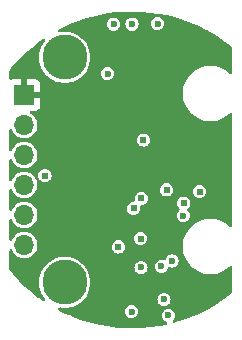
<source format=gbr>
%TF.GenerationSoftware,KiCad,Pcbnew,8.0.6-8.0.6-0~ubuntu24.04.1*%
%TF.CreationDate,2024-10-24T19:59:45-07:00*%
%TF.ProjectId,mag-encoder,6d61672d-656e-4636-9f64-65722e6b6963,3*%
%TF.SameCoordinates,Original*%
%TF.FileFunction,Copper,L3,Inr*%
%TF.FilePolarity,Positive*%
%FSLAX46Y46*%
G04 Gerber Fmt 4.6, Leading zero omitted, Abs format (unit mm)*
G04 Created by KiCad (PCBNEW 8.0.6-8.0.6-0~ubuntu24.04.1) date 2024-10-24 19:59:45*
%MOMM*%
%LPD*%
G01*
G04 APERTURE LIST*
%TA.AperFunction,ComponentPad*%
%ADD10C,3.810000*%
%TD*%
%TA.AperFunction,ComponentPad*%
%ADD11R,1.700000X1.700000*%
%TD*%
%TA.AperFunction,ComponentPad*%
%ADD12O,1.700000X1.700000*%
%TD*%
%TA.AperFunction,ViaPad*%
%ADD13C,0.600000*%
%TD*%
%TA.AperFunction,ViaPad*%
%ADD14C,0.609600*%
%TD*%
G04 APERTURE END LIST*
D10*
%TO.N,*%
%TO.C,H1*%
X224840800Y-114046000D03*
%TD*%
D11*
%TO.N,GND*%
%TO.C,J1*%
X221411800Y-117221000D03*
D12*
%TO.N,+3.3V*%
X221411800Y-119761000D03*
%TO.N,/CS*%
X221411800Y-122301000D03*
%TO.N,/MOSI*%
X221411800Y-124841000D03*
%TO.N,/MISO*%
X221411800Y-127381000D03*
%TO.N,/SCLK*%
X221411800Y-129921000D03*
%TD*%
D10*
%TO.N,*%
%TO.C,H2*%
X224840800Y-133096000D03*
%TD*%
D13*
%TO.N,+3.3V*%
X232689400Y-111175800D03*
D14*
X233464100Y-125260100D03*
X231317800Y-125984000D03*
D13*
X233248200Y-134518400D03*
X228473000Y-115417600D03*
%TO.N,GND*%
X230657400Y-115265200D03*
D14*
X226491800Y-117094000D03*
X232003600Y-122097800D03*
D13*
X228955600Y-135509000D03*
X232029000Y-135509000D03*
D14*
X233984800Y-121793000D03*
D13*
%TO.N,+5V*%
X230530400Y-111226600D03*
%TO.N,Net-(D4-A)*%
X231292400Y-131826000D03*
%TO.N,Net-(D1-K)*%
X228981000Y-111226600D03*
%TO.N,Net-(D3-A)*%
X233924399Y-131273400D03*
%TO.N,Net-(D4-K)*%
X230505000Y-135559800D03*
D14*
X229368646Y-130086100D03*
X231267000Y-129387600D03*
%TO.N,/A*%
X223157754Y-124046954D03*
%TO.N,/B*%
X236245400Y-125412501D03*
%TO.N,/PWM*%
X234911727Y-126377562D03*
D13*
%TO.N,Net-(Q1-D)*%
X233603800Y-135890000D03*
%TO.N,Net-(Q1-G)*%
X234883106Y-127441105D03*
%TO.N,Net-(D5-A)*%
X233019600Y-131724400D03*
D14*
%TO.N,/MISO*%
X231495600Y-121031000D03*
X230657400Y-126822200D03*
%TD*%
%TA.AperFunction,Conductor*%
%TO.N,GND*%
G36*
X230652776Y-110157519D02*
G01*
X231362590Y-110181477D01*
X231369200Y-110181877D01*
X232076716Y-110243755D01*
X232083287Y-110244506D01*
X232786511Y-110344132D01*
X232793030Y-110345234D01*
X233489888Y-110482312D01*
X233496334Y-110483760D01*
X234184914Y-110657918D01*
X234191260Y-110659705D01*
X234869528Y-110870428D01*
X234875790Y-110872560D01*
X235541810Y-111119247D01*
X235547910Y-111121694D01*
X236199823Y-111403658D01*
X236205786Y-111406429D01*
X236817786Y-111710954D01*
X236841653Y-111722830D01*
X236847507Y-111725941D01*
X237342880Y-112006434D01*
X237465526Y-112075879D01*
X237471203Y-112079297D01*
X237736191Y-112248665D01*
X238069642Y-112461792D01*
X238075133Y-112465513D01*
X238652222Y-112879431D01*
X238657507Y-112883439D01*
X238987856Y-113148243D01*
X239027853Y-113205532D01*
X239034300Y-113244996D01*
X239034300Y-115345242D01*
X239014615Y-115412281D01*
X238961811Y-115458036D01*
X238892653Y-115467980D01*
X238829097Y-115438955D01*
X238822619Y-115432923D01*
X238721011Y-115331315D01*
X238721004Y-115331309D01*
X238478126Y-115144942D01*
X238478124Y-115144940D01*
X238478118Y-115144936D01*
X238478113Y-115144933D01*
X238478110Y-115144931D01*
X238212989Y-114991862D01*
X238212973Y-114991854D01*
X237930140Y-114874702D01*
X237868983Y-114858315D01*
X237634411Y-114795461D01*
X237634410Y-114795460D01*
X237634407Y-114795460D01*
X237330886Y-114755501D01*
X237330883Y-114755500D01*
X237330877Y-114755500D01*
X237024723Y-114755500D01*
X237024717Y-114755500D01*
X237024713Y-114755501D01*
X236721192Y-114795460D01*
X236425459Y-114874702D01*
X236142626Y-114991854D01*
X236142610Y-114991862D01*
X235877489Y-115144931D01*
X235877473Y-115144942D01*
X235634595Y-115331309D01*
X235634588Y-115331315D01*
X235418115Y-115547788D01*
X235418109Y-115547795D01*
X235231742Y-115790673D01*
X235231731Y-115790689D01*
X235078662Y-116055810D01*
X235078654Y-116055826D01*
X234961502Y-116338659D01*
X234882260Y-116634392D01*
X234842301Y-116937913D01*
X234842300Y-116937929D01*
X234842300Y-117244070D01*
X234842301Y-117244086D01*
X234882260Y-117547607D01*
X234961502Y-117843340D01*
X235078654Y-118126173D01*
X235078662Y-118126189D01*
X235231731Y-118391310D01*
X235231742Y-118391326D01*
X235418109Y-118634204D01*
X235418115Y-118634211D01*
X235634588Y-118850684D01*
X235634594Y-118850689D01*
X235877482Y-119037064D01*
X235877489Y-119037068D01*
X236142610Y-119190137D01*
X236142626Y-119190145D01*
X236425459Y-119307297D01*
X236425461Y-119307297D01*
X236425467Y-119307300D01*
X236721189Y-119386539D01*
X237024723Y-119426500D01*
X237024730Y-119426500D01*
X237330870Y-119426500D01*
X237330877Y-119426500D01*
X237634411Y-119386539D01*
X237930133Y-119307300D01*
X238006441Y-119275692D01*
X238212973Y-119190145D01*
X238212976Y-119190143D01*
X238212982Y-119190141D01*
X238478118Y-119037064D01*
X238721006Y-118850689D01*
X238771268Y-118800427D01*
X238822619Y-118749077D01*
X238883942Y-118715592D01*
X238953634Y-118720576D01*
X239009567Y-118762448D01*
X239033984Y-118827912D01*
X239034300Y-118836758D01*
X239034300Y-128305242D01*
X239014615Y-128372281D01*
X238961811Y-128418036D01*
X238892653Y-128427980D01*
X238829097Y-128398955D01*
X238822619Y-128392923D01*
X238721011Y-128291315D01*
X238721004Y-128291309D01*
X238478126Y-128104942D01*
X238478124Y-128104940D01*
X238478118Y-128104936D01*
X238478113Y-128104933D01*
X238478110Y-128104931D01*
X238212989Y-127951862D01*
X238212973Y-127951854D01*
X237930140Y-127834702D01*
X237785811Y-127796029D01*
X237634411Y-127755461D01*
X237634410Y-127755460D01*
X237634407Y-127755460D01*
X237330886Y-127715501D01*
X237330883Y-127715500D01*
X237330877Y-127715500D01*
X237024723Y-127715500D01*
X237024717Y-127715500D01*
X237024713Y-127715501D01*
X236721192Y-127755460D01*
X236425459Y-127834702D01*
X236142626Y-127951854D01*
X236142610Y-127951862D01*
X235877489Y-128104931D01*
X235877473Y-128104942D01*
X235634595Y-128291309D01*
X235634588Y-128291315D01*
X235418115Y-128507788D01*
X235418109Y-128507795D01*
X235231742Y-128750673D01*
X235231731Y-128750689D01*
X235078662Y-129015810D01*
X235078654Y-129015826D01*
X234961502Y-129298659D01*
X234882260Y-129594392D01*
X234842301Y-129897913D01*
X234842300Y-129897929D01*
X234842300Y-130204070D01*
X234842301Y-130204086D01*
X234882260Y-130507607D01*
X234961502Y-130803340D01*
X235078654Y-131086173D01*
X235078662Y-131086189D01*
X235231731Y-131351310D01*
X235231742Y-131351326D01*
X235418109Y-131594204D01*
X235418115Y-131594211D01*
X235634588Y-131810684D01*
X235634595Y-131810690D01*
X235710784Y-131869152D01*
X235877482Y-131997064D01*
X235877489Y-131997068D01*
X236142610Y-132150137D01*
X236142626Y-132150145D01*
X236425459Y-132267297D01*
X236425461Y-132267297D01*
X236425467Y-132267300D01*
X236721189Y-132346539D01*
X237024723Y-132386500D01*
X237024730Y-132386500D01*
X237330870Y-132386500D01*
X237330877Y-132386500D01*
X237634411Y-132346539D01*
X237930133Y-132267300D01*
X238040857Y-132221437D01*
X238212973Y-132150145D01*
X238212976Y-132150143D01*
X238212982Y-132150141D01*
X238478118Y-131997064D01*
X238721006Y-131810689D01*
X238748085Y-131783610D01*
X238822619Y-131709077D01*
X238883942Y-131675592D01*
X238953634Y-131680576D01*
X239009567Y-131722448D01*
X239033984Y-131787912D01*
X239034300Y-131796758D01*
X239034300Y-133896564D01*
X239014615Y-133963603D01*
X238987747Y-133993404D01*
X238657823Y-134257259D01*
X238652545Y-134261254D01*
X238075365Y-134674353D01*
X238069882Y-134678060D01*
X237471473Y-135059777D01*
X237465799Y-135063186D01*
X236847901Y-135412412D01*
X236842054Y-135415514D01*
X236206385Y-135731278D01*
X236200380Y-135734064D01*
X235548765Y-136015459D01*
X235542621Y-136017920D01*
X234876923Y-136264141D01*
X234870656Y-136266271D01*
X234192754Y-136476623D01*
X234186381Y-136478415D01*
X234114005Y-136496702D01*
X234044186Y-136494040D01*
X233986890Y-136454053D01*
X233960308Y-136389438D01*
X233972879Y-136320708D01*
X233995953Y-136288794D01*
X233999269Y-136285477D01*
X233999274Y-136285474D01*
X234088155Y-136169643D01*
X234144028Y-136034754D01*
X234163085Y-135890000D01*
X234156428Y-135839438D01*
X234144028Y-135745247D01*
X234144028Y-135745246D01*
X234088155Y-135610358D01*
X233999274Y-135494526D01*
X233883443Y-135405645D01*
X233883440Y-135405644D01*
X233883438Y-135405642D01*
X233748557Y-135349773D01*
X233748552Y-135349771D01*
X233603801Y-135330715D01*
X233603799Y-135330715D01*
X233459047Y-135349771D01*
X233459045Y-135349772D01*
X233324161Y-135405643D01*
X233324158Y-135405644D01*
X233324158Y-135405645D01*
X233267795Y-135448894D01*
X233208326Y-135494526D01*
X233119443Y-135610361D01*
X233063572Y-135745245D01*
X233063571Y-135745247D01*
X233044515Y-135889998D01*
X233044515Y-135890001D01*
X233063571Y-136034752D01*
X233063573Y-136034757D01*
X233119442Y-136169638D01*
X233119445Y-136169644D01*
X233208325Y-136285473D01*
X233208326Y-136285474D01*
X233324155Y-136374354D01*
X233324161Y-136374357D01*
X233360570Y-136389438D01*
X233456330Y-136429103D01*
X233510733Y-136472942D01*
X233532798Y-136539236D01*
X233515519Y-136606936D01*
X233464382Y-136654547D01*
X233432795Y-136665334D01*
X232795333Y-136790646D01*
X232788807Y-136791749D01*
X232086040Y-136891300D01*
X232079463Y-136892053D01*
X231372413Y-136953957D01*
X231365806Y-136954359D01*
X230656421Y-136978448D01*
X230649802Y-136978496D01*
X229940147Y-136964698D01*
X229933535Y-136964392D01*
X229225665Y-136912746D01*
X229219079Y-136912089D01*
X228514921Y-136822738D01*
X228508379Y-136821729D01*
X227810051Y-136694942D01*
X227803572Y-136693587D01*
X227112949Y-136529703D01*
X227106552Y-136528003D01*
X226425687Y-136327508D01*
X226419389Y-136325469D01*
X225750198Y-136088930D01*
X225744019Y-136086559D01*
X225265283Y-135888007D01*
X225088385Y-135814640D01*
X225082356Y-135811949D01*
X224555713Y-135559798D01*
X229945715Y-135559798D01*
X229945715Y-135559801D01*
X229964771Y-135704552D01*
X229964773Y-135704557D01*
X230020642Y-135839438D01*
X230020645Y-135839444D01*
X230109525Y-135955273D01*
X230109526Y-135955274D01*
X230225355Y-136044154D01*
X230225361Y-136044157D01*
X230292801Y-136072091D01*
X230360246Y-136100028D01*
X230432623Y-136109556D01*
X230504999Y-136119085D01*
X230505000Y-136119085D01*
X230505001Y-136119085D01*
X230553251Y-136112732D01*
X230649754Y-136100028D01*
X230784643Y-136044155D01*
X230900474Y-135955274D01*
X230989355Y-135839443D01*
X231045228Y-135704554D01*
X231064285Y-135559800D01*
X231056729Y-135502409D01*
X231049684Y-135448894D01*
X231045228Y-135415046D01*
X230989355Y-135280158D01*
X230900474Y-135164326D01*
X230784643Y-135075445D01*
X230784640Y-135075444D01*
X230784638Y-135075442D01*
X230649757Y-135019573D01*
X230649752Y-135019571D01*
X230505001Y-135000515D01*
X230504999Y-135000515D01*
X230360247Y-135019571D01*
X230360245Y-135019572D01*
X230225361Y-135075443D01*
X230225358Y-135075444D01*
X230225358Y-135075445D01*
X230114395Y-135160590D01*
X230109526Y-135164326D01*
X230020643Y-135280161D01*
X229964772Y-135415045D01*
X229964771Y-135415047D01*
X229945715Y-135559798D01*
X224555713Y-135559798D01*
X224442147Y-135505424D01*
X224436280Y-135502419D01*
X224338282Y-135448893D01*
X224288884Y-135399482D01*
X224274041Y-135331207D01*
X224298466Y-135265746D01*
X224354405Y-135223882D01*
X224414606Y-135217224D01*
X224640374Y-135248255D01*
X224693085Y-135255500D01*
X224693086Y-135255500D01*
X224988515Y-135255500D01*
X225020068Y-135251163D01*
X225281190Y-135215273D01*
X225565662Y-135135567D01*
X225832709Y-135019572D01*
X225836630Y-135017869D01*
X225861484Y-135002755D01*
X226089051Y-134864369D01*
X226318218Y-134677928D01*
X226467209Y-134518398D01*
X232688915Y-134518398D01*
X232688915Y-134518401D01*
X232707971Y-134663152D01*
X232707973Y-134663157D01*
X232763842Y-134798038D01*
X232763845Y-134798044D01*
X232852725Y-134913873D01*
X232852726Y-134913874D01*
X232968555Y-135002754D01*
X232968561Y-135002757D01*
X233009159Y-135019573D01*
X233103446Y-135058628D01*
X233125649Y-135061551D01*
X233248199Y-135077685D01*
X233248200Y-135077685D01*
X233248201Y-135077685D01*
X233296451Y-135071332D01*
X233392954Y-135058628D01*
X233527843Y-135002755D01*
X233643674Y-134913874D01*
X233732555Y-134798043D01*
X233788428Y-134663154D01*
X233807485Y-134518400D01*
X233806723Y-134512615D01*
X233788428Y-134373647D01*
X233788426Y-134373641D01*
X233732556Y-134238761D01*
X233732555Y-134238758D01*
X233643674Y-134122926D01*
X233527843Y-134034045D01*
X233527840Y-134034044D01*
X233527838Y-134034042D01*
X233392957Y-133978173D01*
X233392952Y-133978171D01*
X233248201Y-133959115D01*
X233248199Y-133959115D01*
X233103447Y-133978171D01*
X233103445Y-133978172D01*
X232968561Y-134034043D01*
X232968558Y-134034044D01*
X232968558Y-134034045D01*
X232852726Y-134122926D01*
X232777725Y-134220670D01*
X232763843Y-134238761D01*
X232707974Y-134373641D01*
X232707971Y-134373647D01*
X232688915Y-134518398D01*
X226467209Y-134518398D01*
X226519863Y-134462019D01*
X226690230Y-134220663D01*
X226826146Y-133958357D01*
X226925079Y-133679988D01*
X226985185Y-133390739D01*
X227005346Y-133096000D01*
X226985185Y-132801261D01*
X226925079Y-132512012D01*
X226826147Y-132233646D01*
X226826148Y-132233646D01*
X226690229Y-131971335D01*
X226690225Y-131971329D01*
X226587640Y-131825998D01*
X230733115Y-131825998D01*
X230733115Y-131826001D01*
X230752171Y-131970752D01*
X230752173Y-131970757D01*
X230808042Y-132105638D01*
X230808045Y-132105644D01*
X230896925Y-132221473D01*
X230896926Y-132221474D01*
X231012755Y-132310354D01*
X231012761Y-132310357D01*
X231080201Y-132338291D01*
X231147646Y-132366228D01*
X231220023Y-132375756D01*
X231292399Y-132385285D01*
X231292400Y-132385285D01*
X231292401Y-132385285D01*
X231340651Y-132378932D01*
X231437154Y-132366228D01*
X231572043Y-132310355D01*
X231687874Y-132221474D01*
X231776755Y-132105643D01*
X231832628Y-131970754D01*
X231851685Y-131826000D01*
X231849669Y-131810690D01*
X231838309Y-131724398D01*
X232460315Y-131724398D01*
X232460315Y-131724401D01*
X232479371Y-131869152D01*
X232479373Y-131869157D01*
X232535242Y-132004038D01*
X232535245Y-132004044D01*
X232624125Y-132119873D01*
X232624126Y-132119874D01*
X232739955Y-132208754D01*
X232739961Y-132208757D01*
X232770663Y-132221474D01*
X232874846Y-132264628D01*
X232947223Y-132274156D01*
X233019599Y-132283685D01*
X233019600Y-132283685D01*
X233019601Y-132283685D01*
X233067851Y-132277332D01*
X233164354Y-132264628D01*
X233299243Y-132208755D01*
X233415074Y-132119874D01*
X233503955Y-132004043D01*
X233559828Y-131869154D01*
X233559827Y-131869154D01*
X233562938Y-131861646D01*
X233565377Y-131862656D01*
X233594933Y-131814150D01*
X233657774Y-131783610D01*
X233725810Y-131791328D01*
X233779645Y-131813628D01*
X233852022Y-131823156D01*
X233924398Y-131832685D01*
X233924399Y-131832685D01*
X233924400Y-131832685D01*
X233975192Y-131825998D01*
X234069153Y-131813628D01*
X234204042Y-131757755D01*
X234319873Y-131668874D01*
X234408754Y-131553043D01*
X234464627Y-131418154D01*
X234483684Y-131273400D01*
X234464627Y-131128646D01*
X234408754Y-130993758D01*
X234319873Y-130877926D01*
X234204042Y-130789045D01*
X234204039Y-130789044D01*
X234204037Y-130789042D01*
X234069156Y-130733173D01*
X234069151Y-130733171D01*
X233924400Y-130714115D01*
X233924398Y-130714115D01*
X233779646Y-130733171D01*
X233779644Y-130733172D01*
X233644760Y-130789043D01*
X233644757Y-130789044D01*
X233644757Y-130789045D01*
X233528925Y-130877926D01*
X233453113Y-130976727D01*
X233440042Y-130993761D01*
X233414083Y-131056433D01*
X233384172Y-131128645D01*
X233381061Y-131136155D01*
X233378626Y-131135146D01*
X233349032Y-131183680D01*
X233286178Y-131214196D01*
X233218188Y-131206471D01*
X233164354Y-131184172D01*
X233164351Y-131184171D01*
X233164352Y-131184171D01*
X233019601Y-131165115D01*
X233019599Y-131165115D01*
X232874847Y-131184171D01*
X232874845Y-131184172D01*
X232739961Y-131240043D01*
X232739958Y-131240044D01*
X232739958Y-131240045D01*
X232624126Y-131328926D01*
X232555661Y-131418152D01*
X232535243Y-131444761D01*
X232479372Y-131579645D01*
X232479371Y-131579647D01*
X232460315Y-131724398D01*
X231838309Y-131724398D01*
X231832628Y-131681247D01*
X231832628Y-131681246D01*
X231776755Y-131546358D01*
X231687874Y-131430526D01*
X231572043Y-131341645D01*
X231572040Y-131341644D01*
X231572038Y-131341642D01*
X231437157Y-131285773D01*
X231437152Y-131285771D01*
X231292401Y-131266715D01*
X231292399Y-131266715D01*
X231147647Y-131285771D01*
X231147645Y-131285772D01*
X231012761Y-131341643D01*
X231012758Y-131341644D01*
X231012758Y-131341645D01*
X230913052Y-131418152D01*
X230896926Y-131430526D01*
X230808043Y-131546361D01*
X230752172Y-131681245D01*
X230752171Y-131681247D01*
X230733115Y-131825998D01*
X226587640Y-131825998D01*
X226519865Y-131729983D01*
X226318214Y-131514068D01*
X226089057Y-131327635D01*
X226089046Y-131327628D01*
X225836630Y-131174130D01*
X225565665Y-131056434D01*
X225565663Y-131056433D01*
X225565662Y-131056433D01*
X225455262Y-131025500D01*
X225281195Y-130976728D01*
X225281191Y-130976727D01*
X225281190Y-130976727D01*
X225134852Y-130956613D01*
X224988515Y-130936500D01*
X224988514Y-130936500D01*
X224693086Y-130936500D01*
X224693085Y-130936500D01*
X224400410Y-130976727D01*
X224400404Y-130976728D01*
X224115934Y-131056434D01*
X223844969Y-131174130D01*
X223592553Y-131327628D01*
X223592542Y-131327635D01*
X223363385Y-131514068D01*
X223161734Y-131729983D01*
X222991374Y-131971329D01*
X222991370Y-131971335D01*
X222855452Y-132233646D01*
X222756522Y-132512006D01*
X222756521Y-132512009D01*
X222696414Y-132801266D01*
X222676254Y-133096000D01*
X222696414Y-133390733D01*
X222756521Y-133679990D01*
X222756522Y-133679993D01*
X222855452Y-133958353D01*
X222855451Y-133958353D01*
X222991370Y-134220664D01*
X222991374Y-134220670D01*
X223164179Y-134465480D01*
X223162678Y-134466539D01*
X223186796Y-134524024D01*
X223174703Y-134592840D01*
X223127326Y-134644193D01*
X223059706Y-134661780D01*
X222993312Y-134640017D01*
X222993189Y-134639932D01*
X222615105Y-134377537D01*
X222609799Y-134373641D01*
X222527583Y-134309822D01*
X222412723Y-134220663D01*
X222049095Y-133938400D01*
X222043977Y-133934203D01*
X221507332Y-133469693D01*
X221502445Y-133465229D01*
X220991325Y-132972721D01*
X220986693Y-132968013D01*
X220502583Y-132448933D01*
X220498204Y-132443978D01*
X220469421Y-132409609D01*
X220179334Y-132063218D01*
X220151383Y-131999183D01*
X220150400Y-131983628D01*
X220150370Y-131825998D01*
X220150094Y-130392303D01*
X220169766Y-130325263D01*
X220222561Y-130279498D01*
X220291717Y-130269541D01*
X220355279Y-130298553D01*
X220385094Y-130337010D01*
X220468712Y-130504935D01*
X220592069Y-130668287D01*
X220743337Y-130806185D01*
X220743339Y-130806187D01*
X220917369Y-130913942D01*
X220917375Y-130913945D01*
X220957810Y-130929609D01*
X221108244Y-130987888D01*
X221309453Y-131025500D01*
X221309456Y-131025500D01*
X221514144Y-131025500D01*
X221514147Y-131025500D01*
X221715356Y-130987888D01*
X221906227Y-130913944D01*
X222080262Y-130806186D01*
X222231532Y-130668285D01*
X222354888Y-130504935D01*
X222446128Y-130321701D01*
X222502145Y-130124821D01*
X222505733Y-130086098D01*
X228804520Y-130086098D01*
X228804520Y-130086101D01*
X228823741Y-130232105D01*
X228823742Y-130232107D01*
X228860853Y-130321701D01*
X228880099Y-130368163D01*
X228969749Y-130484997D01*
X229086583Y-130574647D01*
X229222639Y-130631004D01*
X229295642Y-130640615D01*
X229368645Y-130650226D01*
X229368646Y-130650226D01*
X229368647Y-130650226D01*
X229417315Y-130643818D01*
X229514653Y-130631004D01*
X229650709Y-130574647D01*
X229767543Y-130484997D01*
X229857193Y-130368163D01*
X229913550Y-130232107D01*
X229932772Y-130086100D01*
X229913550Y-129940093D01*
X229857193Y-129804037D01*
X229767543Y-129687203D01*
X229650709Y-129597553D01*
X229650705Y-129597551D01*
X229514653Y-129541196D01*
X229514651Y-129541195D01*
X229368647Y-129521974D01*
X229368645Y-129521974D01*
X229222640Y-129541195D01*
X229222638Y-129541196D01*
X229086586Y-129597551D01*
X228969749Y-129687203D01*
X228880097Y-129804040D01*
X228823742Y-129940092D01*
X228823741Y-129940094D01*
X228804520Y-130086098D01*
X222505733Y-130086098D01*
X222521032Y-129921000D01*
X222502145Y-129717179D01*
X222446128Y-129520299D01*
X222380051Y-129387598D01*
X230702874Y-129387598D01*
X230702874Y-129387601D01*
X230722095Y-129533605D01*
X230722096Y-129533607D01*
X230748583Y-129597553D01*
X230778453Y-129669663D01*
X230868103Y-129786497D01*
X230984937Y-129876147D01*
X231120993Y-129932504D01*
X231193996Y-129942115D01*
X231266999Y-129951726D01*
X231267000Y-129951726D01*
X231267001Y-129951726D01*
X231315669Y-129945318D01*
X231413007Y-129932504D01*
X231549063Y-129876147D01*
X231665897Y-129786497D01*
X231755547Y-129669663D01*
X231811904Y-129533607D01*
X231831126Y-129387600D01*
X231811904Y-129241593D01*
X231755547Y-129105537D01*
X231665897Y-128988703D01*
X231549063Y-128899053D01*
X231549059Y-128899051D01*
X231413007Y-128842696D01*
X231413005Y-128842695D01*
X231267001Y-128823474D01*
X231266999Y-128823474D01*
X231120994Y-128842695D01*
X231120992Y-128842696D01*
X230984940Y-128899051D01*
X230984937Y-128899052D01*
X230984937Y-128899053D01*
X230868103Y-128988703D01*
X230831954Y-129035814D01*
X230778451Y-129105540D01*
X230722096Y-129241592D01*
X230722095Y-129241594D01*
X230702874Y-129387598D01*
X222380051Y-129387598D01*
X222354888Y-129337065D01*
X222231532Y-129173715D01*
X222231530Y-129173712D01*
X222080262Y-129035814D01*
X222080260Y-129035812D01*
X221906230Y-128928057D01*
X221906224Y-128928054D01*
X221755793Y-128869777D01*
X221715356Y-128854112D01*
X221514147Y-128816500D01*
X221309453Y-128816500D01*
X221108244Y-128854112D01*
X221108241Y-128854112D01*
X221108241Y-128854113D01*
X220917375Y-128928054D01*
X220917369Y-128928057D01*
X220743339Y-129035812D01*
X220743337Y-129035814D01*
X220592069Y-129173712D01*
X220468712Y-129337064D01*
X220384913Y-129505353D01*
X220337410Y-129556590D01*
X220269746Y-129574011D01*
X220203406Y-129552085D01*
X220159451Y-129497773D01*
X220149913Y-129450108D01*
X220149606Y-127851323D01*
X220169278Y-127784282D01*
X220222073Y-127738517D01*
X220291229Y-127728560D01*
X220354791Y-127757572D01*
X220384606Y-127796029D01*
X220468712Y-127964935D01*
X220592069Y-128128287D01*
X220743337Y-128266185D01*
X220743339Y-128266187D01*
X220917369Y-128373942D01*
X220917375Y-128373945D01*
X220957810Y-128389609D01*
X221108244Y-128447888D01*
X221309453Y-128485500D01*
X221309456Y-128485500D01*
X221514144Y-128485500D01*
X221514147Y-128485500D01*
X221715356Y-128447888D01*
X221906227Y-128373944D01*
X222080262Y-128266186D01*
X222231532Y-128128285D01*
X222354888Y-127964935D01*
X222446128Y-127781701D01*
X222502145Y-127584821D01*
X222515463Y-127441103D01*
X234323821Y-127441103D01*
X234323821Y-127441106D01*
X234342877Y-127585857D01*
X234342879Y-127585862D01*
X234398748Y-127720743D01*
X234398751Y-127720749D01*
X234487631Y-127836578D01*
X234487632Y-127836579D01*
X234603461Y-127925459D01*
X234603467Y-127925462D01*
X234667184Y-127951854D01*
X234738352Y-127981333D01*
X234810729Y-127990861D01*
X234883105Y-128000390D01*
X234883106Y-128000390D01*
X234883107Y-128000390D01*
X234931357Y-127994037D01*
X235027860Y-127981333D01*
X235162749Y-127925460D01*
X235278580Y-127836579D01*
X235367461Y-127720748D01*
X235423334Y-127585859D01*
X235442391Y-127441105D01*
X235423334Y-127296351D01*
X235367461Y-127161463D01*
X235278580Y-127045631D01*
X235278577Y-127045629D01*
X235278576Y-127045627D01*
X235247411Y-127021713D01*
X235206208Y-126965285D01*
X235202054Y-126895539D01*
X235236267Y-126834619D01*
X235247398Y-126824973D01*
X235310624Y-126776459D01*
X235400274Y-126659625D01*
X235456631Y-126523569D01*
X235474471Y-126388057D01*
X235475853Y-126377563D01*
X235475853Y-126377560D01*
X235456631Y-126231556D01*
X235456631Y-126231555D01*
X235400274Y-126095499D01*
X235310624Y-125978665D01*
X235193790Y-125889015D01*
X235193786Y-125889013D01*
X235057734Y-125832658D01*
X235057732Y-125832657D01*
X234911728Y-125813436D01*
X234911726Y-125813436D01*
X234765721Y-125832657D01*
X234765719Y-125832658D01*
X234629667Y-125889013D01*
X234629664Y-125889014D01*
X234629664Y-125889015D01*
X234540538Y-125957404D01*
X234512830Y-125978665D01*
X234423178Y-126095502D01*
X234366823Y-126231554D01*
X234366822Y-126231556D01*
X234347601Y-126377560D01*
X234347601Y-126377563D01*
X234366822Y-126523567D01*
X234366823Y-126523569D01*
X234412447Y-126633715D01*
X234423180Y-126659625D01*
X234512830Y-126776459D01*
X234533571Y-126792374D01*
X234547421Y-126803002D01*
X234588623Y-126859430D01*
X234592778Y-126929176D01*
X234558565Y-126990096D01*
X234547422Y-126999752D01*
X234487633Y-127045630D01*
X234398749Y-127161466D01*
X234342878Y-127296350D01*
X234342877Y-127296352D01*
X234323821Y-127441103D01*
X222515463Y-127441103D01*
X222521032Y-127381000D01*
X222502145Y-127177179D01*
X222446128Y-126980299D01*
X222367403Y-126822198D01*
X230093274Y-126822198D01*
X230093274Y-126822201D01*
X230112495Y-126968205D01*
X230112496Y-126968207D01*
X230144566Y-127045631D01*
X230168853Y-127104263D01*
X230258503Y-127221097D01*
X230375337Y-127310747D01*
X230511393Y-127367104D01*
X230584396Y-127376715D01*
X230657399Y-127386326D01*
X230657400Y-127386326D01*
X230657401Y-127386326D01*
X230706069Y-127379918D01*
X230803407Y-127367104D01*
X230939463Y-127310747D01*
X231056297Y-127221097D01*
X231145947Y-127104263D01*
X231202304Y-126968207D01*
X231219891Y-126834619D01*
X231221526Y-126822201D01*
X231221526Y-126822200D01*
X231221526Y-126822198D01*
X231203883Y-126688190D01*
X231214648Y-126619159D01*
X231261028Y-126566903D01*
X231310637Y-126549069D01*
X231317800Y-126548126D01*
X231463807Y-126528904D01*
X231599863Y-126472547D01*
X231716697Y-126382897D01*
X231806347Y-126266063D01*
X231862704Y-126130007D01*
X231881926Y-125984000D01*
X231880955Y-125976627D01*
X231862704Y-125837994D01*
X231862704Y-125837993D01*
X231806347Y-125701937D01*
X231716697Y-125585103D01*
X231599863Y-125495453D01*
X231599859Y-125495451D01*
X231463807Y-125439096D01*
X231463805Y-125439095D01*
X231317801Y-125419874D01*
X231317799Y-125419874D01*
X231171794Y-125439095D01*
X231171792Y-125439096D01*
X231035740Y-125495451D01*
X231035737Y-125495452D01*
X231035737Y-125495453D01*
X230953565Y-125558506D01*
X230918903Y-125585103D01*
X230829251Y-125701940D01*
X230772896Y-125837992D01*
X230772895Y-125837994D01*
X230753674Y-125983998D01*
X230753674Y-125984001D01*
X230771316Y-126118006D01*
X230760550Y-126187041D01*
X230714170Y-126239297D01*
X230664563Y-126257130D01*
X230529496Y-126274912D01*
X230511393Y-126277296D01*
X230511392Y-126277296D01*
X230375340Y-126333651D01*
X230375337Y-126333652D01*
X230375337Y-126333653D01*
X230258503Y-126423303D01*
X230177473Y-126528904D01*
X230168851Y-126540140D01*
X230112496Y-126676192D01*
X230112495Y-126676194D01*
X230093274Y-126822198D01*
X222367403Y-126822198D01*
X222354888Y-126797065D01*
X222231532Y-126633715D01*
X222231530Y-126633712D01*
X222080262Y-126495814D01*
X222080260Y-126495812D01*
X221906230Y-126388057D01*
X221906224Y-126388054D01*
X221755793Y-126329777D01*
X221715356Y-126314112D01*
X221514147Y-126276500D01*
X221309453Y-126276500D01*
X221108244Y-126314112D01*
X221108241Y-126314112D01*
X221108241Y-126314113D01*
X220917375Y-126388054D01*
X220917369Y-126388057D01*
X220743339Y-126495812D01*
X220743337Y-126495814D01*
X220592069Y-126633712D01*
X220468712Y-126797064D01*
X220384425Y-126966333D01*
X220336922Y-127017570D01*
X220269258Y-127034991D01*
X220202918Y-127013065D01*
X220158963Y-126958753D01*
X220149425Y-126911089D01*
X220149118Y-125310343D01*
X220168790Y-125243301D01*
X220221585Y-125197536D01*
X220290742Y-125187579D01*
X220354303Y-125216591D01*
X220384118Y-125255048D01*
X220468712Y-125424935D01*
X220592069Y-125588287D01*
X220743337Y-125726185D01*
X220743339Y-125726187D01*
X220917369Y-125833942D01*
X220917375Y-125833945D01*
X220927827Y-125837994D01*
X221108244Y-125907888D01*
X221309453Y-125945500D01*
X221309456Y-125945500D01*
X221514144Y-125945500D01*
X221514147Y-125945500D01*
X221715356Y-125907888D01*
X221906227Y-125833944D01*
X222080262Y-125726186D01*
X222231532Y-125588285D01*
X222354888Y-125424935D01*
X222436967Y-125260098D01*
X232899974Y-125260098D01*
X232899974Y-125260101D01*
X232919195Y-125406105D01*
X232919196Y-125406107D01*
X232975553Y-125542163D01*
X233065203Y-125658997D01*
X233182037Y-125748647D01*
X233318093Y-125805004D01*
X233366653Y-125811397D01*
X233464099Y-125824226D01*
X233464100Y-125824226D01*
X233464101Y-125824226D01*
X233512769Y-125817818D01*
X233610107Y-125805004D01*
X233746163Y-125748647D01*
X233862997Y-125658997D01*
X233952647Y-125542163D01*
X234006356Y-125412499D01*
X235681274Y-125412499D01*
X235681274Y-125412502D01*
X235700495Y-125558506D01*
X235700496Y-125558508D01*
X235756853Y-125694564D01*
X235846503Y-125811398D01*
X235963337Y-125901048D01*
X236099393Y-125957405D01*
X236172396Y-125967016D01*
X236245399Y-125976627D01*
X236245400Y-125976627D01*
X236245401Y-125976627D01*
X236294069Y-125970219D01*
X236391407Y-125957405D01*
X236527463Y-125901048D01*
X236644297Y-125811398D01*
X236733947Y-125694564D01*
X236790304Y-125558508D01*
X236809526Y-125412501D01*
X236790304Y-125266494D01*
X236733947Y-125130438D01*
X236644297Y-125013604D01*
X236527463Y-124923954D01*
X236527459Y-124923952D01*
X236391407Y-124867597D01*
X236391405Y-124867596D01*
X236245401Y-124848375D01*
X236245399Y-124848375D01*
X236099394Y-124867596D01*
X236099392Y-124867597D01*
X235963340Y-124923952D01*
X235846503Y-125013604D01*
X235756851Y-125130441D01*
X235700496Y-125266493D01*
X235700495Y-125266495D01*
X235681274Y-125412499D01*
X234006356Y-125412499D01*
X234009004Y-125406107D01*
X234028226Y-125260100D01*
X234026014Y-125243301D01*
X234009004Y-125114094D01*
X234009004Y-125114093D01*
X233952647Y-124978037D01*
X233862997Y-124861203D01*
X233746163Y-124771553D01*
X233746159Y-124771551D01*
X233610107Y-124715196D01*
X233610105Y-124715195D01*
X233464101Y-124695974D01*
X233464099Y-124695974D01*
X233318094Y-124715195D01*
X233318092Y-124715196D01*
X233182040Y-124771551D01*
X233182037Y-124771552D01*
X233182037Y-124771553D01*
X233065203Y-124861203D01*
X233017053Y-124923954D01*
X232975551Y-124978040D01*
X232919196Y-125114092D01*
X232919195Y-125114094D01*
X232899974Y-125260098D01*
X222436967Y-125260098D01*
X222446128Y-125241701D01*
X222502145Y-125044821D01*
X222521032Y-124841000D01*
X222502145Y-124637179D01*
X222446128Y-124440299D01*
X222354888Y-124257065D01*
X222231532Y-124093715D01*
X222231530Y-124093712D01*
X222180236Y-124046952D01*
X222593628Y-124046952D01*
X222593628Y-124046955D01*
X222612849Y-124192959D01*
X222612850Y-124192961D01*
X222669207Y-124329017D01*
X222758857Y-124445851D01*
X222875691Y-124535501D01*
X223011747Y-124591858D01*
X223084750Y-124601469D01*
X223157753Y-124611080D01*
X223157754Y-124611080D01*
X223157755Y-124611080D01*
X223206423Y-124604672D01*
X223303761Y-124591858D01*
X223439817Y-124535501D01*
X223556651Y-124445851D01*
X223646301Y-124329017D01*
X223702658Y-124192961D01*
X223721880Y-124046954D01*
X223702658Y-123900947D01*
X223646301Y-123764891D01*
X223556651Y-123648057D01*
X223439817Y-123558407D01*
X223439813Y-123558405D01*
X223303761Y-123502050D01*
X223303759Y-123502049D01*
X223157755Y-123482828D01*
X223157753Y-123482828D01*
X223011748Y-123502049D01*
X223011746Y-123502050D01*
X222875694Y-123558405D01*
X222758857Y-123648057D01*
X222669205Y-123764894D01*
X222612850Y-123900946D01*
X222612849Y-123900948D01*
X222593628Y-124046952D01*
X222180236Y-124046952D01*
X222080262Y-123955814D01*
X222080260Y-123955812D01*
X221906230Y-123848057D01*
X221906224Y-123848054D01*
X221755793Y-123789777D01*
X221715356Y-123774112D01*
X221514147Y-123736500D01*
X221309453Y-123736500D01*
X221108244Y-123774112D01*
X221108241Y-123774112D01*
X221108241Y-123774113D01*
X220917375Y-123848054D01*
X220917369Y-123848057D01*
X220743339Y-123955812D01*
X220743337Y-123955814D01*
X220592069Y-124093712D01*
X220468712Y-124257064D01*
X220383937Y-124427313D01*
X220336433Y-124478550D01*
X220268770Y-124495971D01*
X220202430Y-124474045D01*
X220158475Y-124419733D01*
X220148938Y-124372070D01*
X220148630Y-122769360D01*
X220168301Y-122702321D01*
X220221096Y-122656556D01*
X220290252Y-122646599D01*
X220353814Y-122675611D01*
X220383629Y-122714068D01*
X220468712Y-122884935D01*
X220592069Y-123048287D01*
X220743337Y-123186185D01*
X220743339Y-123186187D01*
X220917369Y-123293942D01*
X220917375Y-123293945D01*
X220957810Y-123309609D01*
X221108244Y-123367888D01*
X221309453Y-123405500D01*
X221309456Y-123405500D01*
X221514144Y-123405500D01*
X221514147Y-123405500D01*
X221715356Y-123367888D01*
X221906227Y-123293944D01*
X222080262Y-123186186D01*
X222231532Y-123048285D01*
X222354888Y-122884935D01*
X222446128Y-122701701D01*
X222502145Y-122504821D01*
X222521032Y-122301000D01*
X222502145Y-122097179D01*
X222446128Y-121900299D01*
X222354888Y-121717065D01*
X222262804Y-121595126D01*
X222231530Y-121553712D01*
X222080262Y-121415814D01*
X222080260Y-121415812D01*
X221906230Y-121308057D01*
X221906224Y-121308054D01*
X221755793Y-121249777D01*
X221715356Y-121234112D01*
X221514147Y-121196500D01*
X221309453Y-121196500D01*
X221108244Y-121234112D01*
X221108241Y-121234112D01*
X221108241Y-121234113D01*
X220917375Y-121308054D01*
X220917369Y-121308057D01*
X220743339Y-121415812D01*
X220743337Y-121415814D01*
X220592069Y-121553712D01*
X220468713Y-121717062D01*
X220383449Y-121888293D01*
X220335945Y-121939529D01*
X220268282Y-121956950D01*
X220201942Y-121935024D01*
X220157987Y-121880712D01*
X220148450Y-121833050D01*
X220148296Y-121030998D01*
X230931474Y-121030998D01*
X230931474Y-121031001D01*
X230950695Y-121177005D01*
X230950696Y-121177007D01*
X231007053Y-121313063D01*
X231096703Y-121429897D01*
X231213537Y-121519547D01*
X231349593Y-121575904D01*
X231422596Y-121585515D01*
X231495599Y-121595126D01*
X231495600Y-121595126D01*
X231495601Y-121595126D01*
X231544269Y-121588718D01*
X231641607Y-121575904D01*
X231777663Y-121519547D01*
X231894497Y-121429897D01*
X231984147Y-121313063D01*
X232040504Y-121177007D01*
X232059726Y-121031000D01*
X232040504Y-120884993D01*
X231984147Y-120748937D01*
X231894497Y-120632103D01*
X231777663Y-120542453D01*
X231777659Y-120542451D01*
X231641607Y-120486096D01*
X231641605Y-120486095D01*
X231495601Y-120466874D01*
X231495599Y-120466874D01*
X231349594Y-120486095D01*
X231349592Y-120486096D01*
X231213540Y-120542451D01*
X231213537Y-120542452D01*
X231213537Y-120542453D01*
X231096703Y-120632103D01*
X231085898Y-120646185D01*
X231007051Y-120748940D01*
X230950696Y-120884992D01*
X230950695Y-120884994D01*
X230931474Y-121030998D01*
X220148296Y-121030998D01*
X220148141Y-120228379D01*
X220167813Y-120161340D01*
X220220608Y-120115575D01*
X220289764Y-120105618D01*
X220353326Y-120134630D01*
X220383141Y-120173087D01*
X220468712Y-120344935D01*
X220592069Y-120508287D01*
X220743337Y-120646185D01*
X220743339Y-120646187D01*
X220917369Y-120753942D01*
X220917375Y-120753945D01*
X220957810Y-120769609D01*
X221108244Y-120827888D01*
X221309453Y-120865500D01*
X221309456Y-120865500D01*
X221514144Y-120865500D01*
X221514147Y-120865500D01*
X221715356Y-120827888D01*
X221906227Y-120753944D01*
X222080262Y-120646186D01*
X222231532Y-120508285D01*
X222354888Y-120344935D01*
X222446128Y-120161701D01*
X222502145Y-119964821D01*
X222521032Y-119761000D01*
X222502145Y-119557179D01*
X222446128Y-119360299D01*
X222354888Y-119177065D01*
X222295704Y-119098693D01*
X222231530Y-119013712D01*
X222080262Y-118875814D01*
X222080260Y-118875812D01*
X221958508Y-118800427D01*
X221911872Y-118748399D01*
X221900768Y-118679418D01*
X221928721Y-118615383D01*
X221986856Y-118576627D01*
X222023785Y-118571000D01*
X222309628Y-118571000D01*
X222309644Y-118570999D01*
X222369172Y-118564598D01*
X222369179Y-118564596D01*
X222503886Y-118514354D01*
X222503893Y-118514350D01*
X222618987Y-118428190D01*
X222618990Y-118428187D01*
X222705150Y-118313093D01*
X222705154Y-118313086D01*
X222755396Y-118178379D01*
X222755398Y-118178372D01*
X222761799Y-118118844D01*
X222761800Y-118118827D01*
X222761800Y-117471000D01*
X221844812Y-117471000D01*
X221877725Y-117413993D01*
X221911800Y-117286826D01*
X221911800Y-117155174D01*
X221877725Y-117028007D01*
X221844812Y-116971000D01*
X222761800Y-116971000D01*
X222761800Y-116323172D01*
X222761799Y-116323155D01*
X222755398Y-116263627D01*
X222755396Y-116263620D01*
X222705154Y-116128913D01*
X222705150Y-116128906D01*
X222618990Y-116013812D01*
X222618987Y-116013809D01*
X222503893Y-115927649D01*
X222503886Y-115927645D01*
X222369179Y-115877403D01*
X222369172Y-115877401D01*
X222309644Y-115871000D01*
X221661800Y-115871000D01*
X221661800Y-116787988D01*
X221604793Y-116755075D01*
X221477626Y-116721000D01*
X221345974Y-116721000D01*
X221218807Y-116755075D01*
X221161800Y-116787988D01*
X221161800Y-115871000D01*
X220513955Y-115871000D01*
X220454427Y-115877401D01*
X220454420Y-115877403D01*
X220314626Y-115929543D01*
X220244934Y-115934527D01*
X220183611Y-115901042D01*
X220150127Y-115839719D01*
X220147293Y-115813391D01*
X220147169Y-115167612D01*
X220166841Y-115100572D01*
X220175931Y-115088182D01*
X220494723Y-114705895D01*
X220499061Y-114700967D01*
X220982480Y-114180565D01*
X220987072Y-114175881D01*
X221497623Y-113682077D01*
X221502445Y-113677656D01*
X222038684Y-113211848D01*
X222043745Y-113207683D01*
X222604103Y-112771231D01*
X222609380Y-112767342D01*
X222996402Y-112497863D01*
X223062665Y-112475711D01*
X223130387Y-112492900D01*
X223178066Y-112543974D01*
X223190563Y-112612717D01*
X223163911Y-112677303D01*
X223163452Y-112677872D01*
X223161732Y-112679986D01*
X222991374Y-112921329D01*
X222991370Y-112921335D01*
X222855452Y-113183646D01*
X222756522Y-113462006D01*
X222756521Y-113462009D01*
X222696414Y-113751266D01*
X222676254Y-114046000D01*
X222696414Y-114340733D01*
X222756521Y-114629990D01*
X222756522Y-114629993D01*
X222855452Y-114908353D01*
X222855451Y-114908353D01*
X222991370Y-115170664D01*
X222991374Y-115170670D01*
X223161734Y-115412016D01*
X223363385Y-115627931D01*
X223592542Y-115814364D01*
X223592545Y-115814366D01*
X223592549Y-115814369D01*
X223685675Y-115871000D01*
X223844969Y-115967869D01*
X224030032Y-116048253D01*
X224115938Y-116085567D01*
X224400410Y-116165273D01*
X224657719Y-116200638D01*
X224693085Y-116205500D01*
X224693086Y-116205500D01*
X224988515Y-116205500D01*
X225020068Y-116201163D01*
X225281190Y-116165273D01*
X225565662Y-116085567D01*
X225836632Y-115967868D01*
X226089051Y-115814369D01*
X226318218Y-115627928D01*
X226514653Y-115417598D01*
X227913715Y-115417598D01*
X227913715Y-115417601D01*
X227932771Y-115562352D01*
X227932773Y-115562357D01*
X227988642Y-115697238D01*
X227988645Y-115697244D01*
X228077525Y-115813073D01*
X228077526Y-115813074D01*
X228193355Y-115901954D01*
X228193361Y-115901957D01*
X228255378Y-115927645D01*
X228328246Y-115957828D01*
X228400623Y-115967356D01*
X228472999Y-115976885D01*
X228473000Y-115976885D01*
X228473001Y-115976885D01*
X228541484Y-115967869D01*
X228617754Y-115957828D01*
X228752643Y-115901955D01*
X228868474Y-115813074D01*
X228957355Y-115697243D01*
X229013228Y-115562354D01*
X229032285Y-115417600D01*
X229031550Y-115412019D01*
X229013228Y-115272847D01*
X229013228Y-115272846D01*
X228957355Y-115137958D01*
X228868474Y-115022126D01*
X228752643Y-114933245D01*
X228752640Y-114933244D01*
X228752638Y-114933242D01*
X228617757Y-114877373D01*
X228617752Y-114877371D01*
X228473001Y-114858315D01*
X228472999Y-114858315D01*
X228328247Y-114877371D01*
X228328245Y-114877372D01*
X228193361Y-114933243D01*
X228077526Y-115022126D01*
X227988643Y-115137961D01*
X227932772Y-115272845D01*
X227932771Y-115272847D01*
X227913715Y-115417598D01*
X226514653Y-115417598D01*
X226519863Y-115412019D01*
X226690230Y-115170663D01*
X226826146Y-114908357D01*
X226925079Y-114629988D01*
X226985185Y-114340739D01*
X227005346Y-114046000D01*
X226985185Y-113751261D01*
X226925079Y-113462012D01*
X226826147Y-113183646D01*
X226826148Y-113183646D01*
X226690229Y-112921335D01*
X226690225Y-112921329D01*
X226519865Y-112679983D01*
X226374226Y-112524042D01*
X226318218Y-112464072D01*
X226318216Y-112464071D01*
X226318214Y-112464068D01*
X226089057Y-112277635D01*
X226089046Y-112277628D01*
X225836630Y-112124130D01*
X225565665Y-112006434D01*
X225565663Y-112006433D01*
X225565662Y-112006433D01*
X225478514Y-111982015D01*
X225281195Y-111926728D01*
X225281191Y-111926727D01*
X225281190Y-111926727D01*
X225134852Y-111906613D01*
X224988515Y-111886500D01*
X224988514Y-111886500D01*
X224693086Y-111886500D01*
X224693085Y-111886500D01*
X224533796Y-111908393D01*
X224405721Y-111925996D01*
X224336626Y-111915624D01*
X224284107Y-111869542D01*
X224264839Y-111802382D01*
X224284940Y-111735466D01*
X224329253Y-111694406D01*
X224391761Y-111660157D01*
X224430114Y-111639142D01*
X224435962Y-111636139D01*
X225076202Y-111328650D01*
X225082217Y-111325956D01*
X225321046Y-111226598D01*
X228421715Y-111226598D01*
X228421715Y-111226601D01*
X228440771Y-111371352D01*
X228440773Y-111371357D01*
X228496642Y-111506238D01*
X228496645Y-111506244D01*
X228585525Y-111622073D01*
X228585526Y-111622074D01*
X228701355Y-111710954D01*
X228701361Y-111710957D01*
X228733596Y-111724309D01*
X228836246Y-111766828D01*
X228908623Y-111776356D01*
X228980999Y-111785885D01*
X228981000Y-111785885D01*
X228981001Y-111785885D01*
X229029251Y-111779532D01*
X229125754Y-111766828D01*
X229260643Y-111710955D01*
X229376474Y-111622074D01*
X229465355Y-111506243D01*
X229521228Y-111371354D01*
X229540285Y-111226600D01*
X229540285Y-111226598D01*
X229971115Y-111226598D01*
X229971115Y-111226601D01*
X229990171Y-111371352D01*
X229990173Y-111371357D01*
X230046042Y-111506238D01*
X230046045Y-111506244D01*
X230134925Y-111622073D01*
X230134926Y-111622074D01*
X230250755Y-111710954D01*
X230250761Y-111710957D01*
X230282996Y-111724309D01*
X230385646Y-111766828D01*
X230458023Y-111776356D01*
X230530399Y-111785885D01*
X230530400Y-111785885D01*
X230530401Y-111785885D01*
X230578651Y-111779532D01*
X230675154Y-111766828D01*
X230810043Y-111710955D01*
X230925874Y-111622074D01*
X231014755Y-111506243D01*
X231070628Y-111371354D01*
X231089685Y-111226600D01*
X231082997Y-111175798D01*
X232130115Y-111175798D01*
X232130115Y-111175801D01*
X232149171Y-111320552D01*
X232149173Y-111320557D01*
X232205042Y-111455438D01*
X232205045Y-111455444D01*
X232293925Y-111571273D01*
X232293926Y-111571274D01*
X232409755Y-111660154D01*
X232409761Y-111660157D01*
X232477201Y-111688091D01*
X232544646Y-111716028D01*
X232596313Y-111722830D01*
X232689399Y-111735085D01*
X232689400Y-111735085D01*
X232689401Y-111735085D01*
X232758841Y-111725943D01*
X232834154Y-111716028D01*
X232969043Y-111660155D01*
X233084874Y-111571274D01*
X233173755Y-111455443D01*
X233229628Y-111320554D01*
X233248685Y-111175800D01*
X233229628Y-111031046D01*
X233173755Y-110896158D01*
X233084874Y-110780326D01*
X232969043Y-110691445D01*
X232969040Y-110691444D01*
X232969038Y-110691442D01*
X232834157Y-110635573D01*
X232834152Y-110635571D01*
X232689401Y-110616515D01*
X232689399Y-110616515D01*
X232544647Y-110635571D01*
X232544645Y-110635572D01*
X232409761Y-110691443D01*
X232409758Y-110691444D01*
X232409758Y-110691445D01*
X232293926Y-110780326D01*
X232224037Y-110871408D01*
X232205043Y-110896161D01*
X232149172Y-111031045D01*
X232149171Y-111031047D01*
X232130115Y-111175798D01*
X231082997Y-111175798D01*
X231070628Y-111081846D01*
X231014755Y-110946958D01*
X230925874Y-110831126D01*
X230810043Y-110742245D01*
X230810040Y-110742244D01*
X230810038Y-110742242D01*
X230675157Y-110686373D01*
X230675152Y-110686371D01*
X230530401Y-110667315D01*
X230530399Y-110667315D01*
X230385647Y-110686371D01*
X230385645Y-110686372D01*
X230250761Y-110742243D01*
X230250758Y-110742244D01*
X230250758Y-110742245D01*
X230201130Y-110780326D01*
X230134926Y-110831126D01*
X230046043Y-110946961D01*
X229990172Y-111081845D01*
X229990171Y-111081847D01*
X229971115Y-111226598D01*
X229540285Y-111226598D01*
X229521228Y-111081846D01*
X229465355Y-110946958D01*
X229376474Y-110831126D01*
X229260643Y-110742245D01*
X229260640Y-110742244D01*
X229260638Y-110742242D01*
X229125757Y-110686373D01*
X229125752Y-110686371D01*
X228981001Y-110667315D01*
X228980999Y-110667315D01*
X228836247Y-110686371D01*
X228836245Y-110686372D01*
X228701361Y-110742243D01*
X228701358Y-110742244D01*
X228701358Y-110742245D01*
X228651730Y-110780326D01*
X228585526Y-110831126D01*
X228496643Y-110946961D01*
X228440772Y-111081845D01*
X228440771Y-111081847D01*
X228421715Y-111226598D01*
X225321046Y-111226598D01*
X225738009Y-111053132D01*
X225744149Y-111050768D01*
X226252765Y-110870426D01*
X226413560Y-110813412D01*
X226419868Y-110811364D01*
X227100965Y-110610156D01*
X227107355Y-110608452D01*
X227798312Y-110443934D01*
X227804738Y-110442584D01*
X228503493Y-110315250D01*
X228510003Y-110314243D01*
X229214574Y-110224453D01*
X229221109Y-110223798D01*
X229929459Y-110171813D01*
X229936033Y-110171507D01*
X230646166Y-110157473D01*
X230652776Y-110157519D01*
G37*
%TD.AperFunction*%
%TD*%
M02*

</source>
